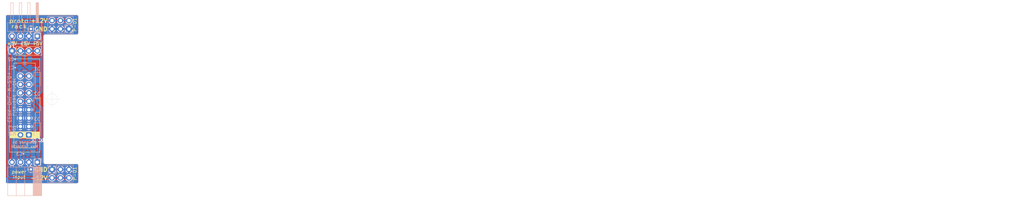
<source format=kicad_pcb>
(kicad_pcb (version 20221018) (generator pcbnew)
  (layers (0 "F.Cu" signal) (31 "B.Cu" signal) (34 "B.Paste" user) (35 "F.Paste" user) (36 "B.SilkS" user "B.Silkscreen") (37 "F.SilkS" user "F.Silkscreen") (38 "B.Mask" user) (39 "F.Mask" user) (44 "Edge.Cuts" user))
  (net 0 "")
  (net 1 "GND")
  (net 2 "+12V")
  (net 3 "-12V")
  (net 4 "+5V")
  (net 5 "/+5V_IN")
  (net 6 "/+12V_IN")
  (net 7 "/-12V_IN")
  (net 8 "unconnected-(J5-PadCV)")
  (net 9 "unconnected-(J5-PadGATE)")
  (footprint "Protorack:Eurorack_Power_Header_2x08_THT" (layer "F.Cu") (at 141.745 101.905)
    (fp_text reference "J5" hide)
    (fp_text value "POWER_IN")
    (pad "+5VD" thru_hole circle (at -1.27 -3.810001 180) (size 1.7 1.7) (drill 1) (layers "*.Cu" "*.Mask") (net 5 "/+5V_IN"))
    (pad "+5VD" thru_hole circle (at 1.27 -3.81 180) (size 1.7 1.7) (drill 1) (layers "*.Cu" "*.Mask") (net 5 "/+5V_IN"))
    (pad "+12V" thru_hole circle (at -1.27 -1.27 180) (size 1.7 1.7) (drill 1) (layers "*.Cu" "*.Mask") (net 6 "/+12V_IN"))
    (pad "+12V" thru_hole circle (at 1.27 -1.27 180) (size 1.7 1.7) (drill 1) (layers "*.Cu" "*.Mask") (net 6 "/+12V_IN"))
    (pad "-12V" thru_hole circle (at -1.27 8.89 180) (size 1.7 1.7) (drill 1) (layers "*.Cu" "*.Mask") (net 7 "/-12V_IN"))
    (pad "-12V" thru_hole roundrect (at 1.27 8.89 180) (size 1.7 1.7) (drill 1) (layers "*.Cu" "*.Mask") (roundrect_rratio 0.1470588235) (net 7 "/-12V_IN"))
    (pad "CV" thru_hole circle (at -1.27 -6.35 180) (size 1.7 1.7) (drill 1) (layers "*.Cu" "*.Mask") (net 8 "unconnected-(J5-PadCV)"))
    (pad "CV" thru_hole circle (at 1.27 -6.35 180) (size 1.7 1.7) (drill 1) (layers "*.Cu" "*.Mask") (net 8 "unconnected-(J5-PadCV)"))
    (pad "GATE" thru_hole circle (at -1.27 -8.890001 180) (size 1.7 1.7) (drill 1) (layers "*.Cu" "*.Mask") (net 9 "unconnected-(J5-PadGATE)"))
    (pad "GATE" thru_hole circle (at 1.27 -8.89 180) (size 1.7 1.7) (drill 1) (layers "*.Cu" "*.Mask") (net 9 "unconnected-(J5-PadGATE)"))
    (pad "GND" thru_hole circle (at -1.27 1.269999 180) (size 1.7 1.7) (drill 1) (layers "*.Cu" "*.Mask") (net 1 "GND"))
    (pad "GND" thru_hole circle (at -1.27 3.81 180) (size 1.7 1.7) (drill 1) (layers "*.Cu" "*.Mask") (net 1 "GND"))
    (pad "GND" thru_hole circle (at -1.27 6.349999 180) (size 1.7 1.7) (drill 1) (layers "*.Cu" "*.Mask") (net 1 "GND"))
    (pad "GND" thru_hole circle (at 1.27 1.27 180) (size 1.7 1.7) (drill 1) (layers "*.Cu" "*.Mask") (net 1 "GND"))
    (pad "GND" thru_hole circle (at 1.27 3.81 180) (size 1.7 1.7) (drill 1) (layers "*.Cu" "*.Mask") (net 1 "GND"))
    (pad "GND" thru_hole circle (at 1.27 6.35 180) (size 1.7 1.7) (drill 1) (layers "*.Cu" "*.Mask") (net 1 "GND"))
  )
  (footprint "Connector_PinSocket_2.54mm:PinSocket_1x04_P2.54mm_Vertical" (layer "F.Cu") (at 137.935 85.395 90)
    (fp_text reference "J4" hide)
    (fp_text value "+5V_OUT")
    (pad "1" thru_hole rect (at 0 0 90) (size 1.7 1.7) (drill 1) (layers "*.Cu" "*.Mask") (net 4 "+5V"))
    (pad "2" thru_hole oval (at 0 2.54 90) (size 1.7 1.7) (drill 1) (layers "*.Cu" "*.Mask") (net 4 "+5V"))
    (pad "3" thru_hole oval (at 0 5.08 90) (size 1.7 1.7) (drill 1) (layers "*.Cu" "*.Mask") (net 4 "+5V"))
    (pad "4" thru_hole oval (at 0 7.62 90) (size 1.7 1.7) (drill 1) (layers "*.Cu" "*.Mask") (net 4 "+5V"))
  )
  (footprint "BreadboardHelpers:Protorack_Logo_Small_7x4mm" (layer "F.Cu") (at 140 77.25)
    (fp_text reference "G***" hide)
    (fp_text value "LOGO" hide)
  )
  (footprint "Protorack:Breadboard_MB-102" (layer "F.Cu") (at 218.58 100)
    (fp_text reference "REF**" hide)
    (fp_text value "Breadboard_MB-102")
  )
  (footprint "Capacitor_SMD:C_1206_3216Metric_Pad1.33x1.80mm_HandSolder" (layer "B.Cu") (at 141.745 90.475 180)
    (fp_text reference "C1" (at 4.1275 0) (layer "B.SilkS") (effects (justify mirror)))
    (fp_text value "10uF")
    (pad "1" smd roundrect (at -1.5625 0 180) (size 1.325 1.8) (layers "B.Cu" "B.Paste" "B.Mask") (roundrect_rratio 0.1886792453) (net 4 "+5V"))
    (pad "2" smd roundrect (at 1.5625 0 180) (size 1.325 1.8) (layers "B.Cu" "B.Paste" "B.Mask") (roundrect_rratio 0.1886792453) (net 1 "GND"))
  )
  (footprint "Capacitor_SMD:C_1206_3216Metric_Pad1.33x1.80mm_HandSolder" (layer "B.Cu") (at 141.745 87.935 180)
    (fp_text reference "C2" (at 4.1275 0) (layer "B.SilkS") (effects (justify mirror)))
    (fp_text value "10uF")
    (pad "1" smd roundrect (at -1.5625 0 180) (size 1.325 1.8) (layers "B.Cu" "B.Paste" "B.Mask") (roundrect_rratio 0.1886792453) (net 2 "+12V"))
    (pad "2" smd roundrect (at 1.5625 0 180) (size 1.325 1.8) (layers "B.Cu" "B.Paste" "B.Mask") (roundrect_rratio 0.1886792453) (net 1 "GND"))
  )
  (footprint "Capacitor_SMD:C_1206_3216Metric_Pad1.33x1.80mm_HandSolder" (layer "B.Cu") (at 144.285 116.51 180)
    (fp_text reference "C3" (at 4.1275 0) (layer "B.SilkS") (effects (justify mirror)))
    (fp_text value "10uF")
    (pad "1" smd roundrect (at -1.5625 0 180) (size 1.325 1.8) (layers "B.Cu" "B.Paste" "B.Mask") (roundrect_rratio 0.1886792453) (net 3 "-12V"))
    (pad "2" smd roundrect (at 1.5625 0 180) (size 1.325 1.8) (layers "B.Cu" "B.Paste" "B.Mask") (roundrect_rratio 0.1886792453) (net 1 "GND"))
  )
  (footprint "Diode_SMD:D_SOD-123" (layer "B.Cu") (at 145.555 94.285 -90)
    (fp_text reference "D1" (at -3.4925 0) (layer "B.SilkS") (effects (justify mirror)))
    (fp_text value "1N5819HW")
    (pad "1" smd roundrect (at -1.65 0 270) (size 0.9 1.2) (layers "B.Cu" "B.Paste" "B.Mask") (net 4 "+5V"))
    (pad "2" smd roundrect (at 1.65 0 270) (size 0.9 1.2) (layers "B.Cu" "B.Paste" "B.Mask") (net 5 "/+5V_IN"))
  )
  (footprint "Diode_SMD:D_SOD-123" (layer "B.Cu") (at 145.555 101.905 -90)
    (fp_text reference "D2" (at -3.4925 0 180) (layer "B.SilkS") (effects (justify mirror)))
    (fp_text value "1N5819HW")
    (pad "1" smd roundrect (at -1.65 0 270) (size 0.9 1.2) (layers "B.Cu" "B.Paste" "B.Mask") (net 2 "+12V"))
    (pad "2" smd roundrect (at 1.65 0 270) (size 0.9 1.2) (layers "B.Cu" "B.Paste" "B.Mask") (net 6 "/+12V_IN"))
  )
  (footprint "Diode_SMD:D_SOD-123" (layer "B.Cu") (at 145.555 109.525 -90)
    (fp_text reference "D3" (at -3.4925 0 180) (layer "B.SilkS") (effects (justify mirror)))
    (fp_text value "1N5819HW")
    (pad "1" smd roundrect (at -1.65 0 270) (size 0.9 1.2) (layers "B.Cu" "B.Paste" "B.Mask") (net 7 "/-12V_IN"))
    (pad "2" smd roundrect (at 1.65 0 270) (size 0.9 1.2) (layers "B.Cu" "B.Paste" "B.Mask") (net 3 "-12V"))
  )
  (footprint "Connector_PinHeader_2.54mm:PinHeader_1x04_P2.54mm_Horizontal" (layer "B.Cu") (at 145.555 80.95 90)
    (fp_text reference "J3" hide)
    (fp_text value "CHAIN_TOP")
    (pad "1" thru_hole rect (at 0 0 90) (size 1.7 1.7) (drill 1) (layers "*.Cu" "*.Mask") (net 3 "-12V"))
    (pad "2" thru_hole oval (at 0 -2.54 90) (size 1.7 1.7) (drill 1) (layers "*.Cu" "*.Mask") (net 1 "GND"))
    (pad "3" thru_hole oval (at 0 -5.08 90) (size 1.7 1.7) (drill 1) (layers "*.Cu" "*.Mask") (net 2 "+12V"))
    (pad "4" thru_hole oval (at 0 -7.62 90) (size 1.7 1.7) (drill 1) (layers "*.Cu" "*.Mask") (net 4 "+5V"))
  )
  (footprint "Connector_PinSocket_2.54mm:PinSocket_1x04_P2.54mm_Horizontal" (layer "B.Cu") (at 145.555 119.05 90)
    (fp_text reference "J6" hide)
    (fp_text value "CHAIN_BOTTOM")
    (pad "1" thru_hole rect (at 0 0 90) (size 1.7 1.7) (drill 1) (layers "*.Cu" "*.Mask") (net 3 "-12V"))
    (pad "2" thru_hole oval (at 0 -2.54 90) (size 1.7 1.7) (drill 1) (layers "*.Cu" "*.Mask") (net 1 "GND"))
    (pad "3" thru_hole oval (at 0 -5.08 90) (size 1.7 1.7) (drill 1) (layers "*.Cu" "*.Mask") (net 2 "+12V"))
    (pad "4" thru_hole oval (at 0 -7.62 90) (size 1.7 1.7) (drill 1) (layers "*.Cu" "*.Mask") (net 4 "+5V"))
  )
  (footprint "Connector_PinHeader_2.54mm:PinHeader_2x03_P2.54mm_Vertical" (layer "B.Cu") (at 155.08 78.77 90)
    (fp_text reference "J1" hide)
    (fp_text value "POWER_A")
    (pad "1" thru_hole rect (at 0 0 90) (size 1.7 1.7) (drill 1) (layers "*.Cu" "*.Mask") (net 1 "GND"))
    (pad "2" thru_hole oval (at 2.54 0 90) (size 1.7 1.7) (drill 1) (layers "*.Cu" "*.Mask") (net 2 "+12V"))
    (pad "3" thru_hole oval (at 0 -2.54 90) (size 1.7 1.7) (drill 1) (layers "*.Cu" "*.Mask") (net 1 "GND"))
    (pad "4" thru_hole oval (at 2.54 -2.54 90) (size 1.7 1.7) (drill 1) (layers "*.Cu" "*.Mask") (net 2 "+12V"))
    (pad "5" thru_hole oval (at 0 -5.08 90) (size 1.7 1.7) (drill 1) (layers "*.Cu" "*.Mask") (net 1 "GND"))
    (pad "6" thru_hole oval (at 2.54 -5.08 90) (size 1.7 1.7) (drill 1) (layers "*.Cu" "*.Mask") (net 2 "+12V"))
  )
  (footprint "Connector_PinHeader_2.54mm:PinHeader_2x03_P2.54mm_Vertical" (layer "B.Cu") (at 150 121.23 -90)
    (fp_text reference "J2" hide)
    (fp_text value "POWER_B")
    (pad "1" thru_hole rect (at 0 0 270) (size 1.7 1.7) (drill 1) (layers "*.Cu" "*.Mask") (net 1 "GND"))
    (pad "2" thru_hole oval (at 2.54 0 270) (size 1.7 1.7) (drill 1) (layers "*.Cu" "*.Mask") (net 3 "-12V"))
    (pad "3" thru_hole oval (at 0 -2.54 270) (size 1.7 1.7) (drill 1) (layers "*.Cu" "*.Mask") (net 1 "GND"))
    (pad "4" thru_hole oval (at 2.54 -2.54 270) (size 1.7 1.7) (drill 1) (layers "*.Cu" "*.Mask") (net 3 "-12V"))
    (pad "5" thru_hole oval (at 0 -5.08 270) (size 1.7 1.7) (drill 1) (layers "*.Cu" "*.Mask") (net 1 "GND"))
    (pad "6" thru_hole oval (at 2.54 -5.08 270) (size 1.7 1.7) (drill 1) (layers "*.Cu" "*.Mask") (net 3 "-12V"))
  )
  (footprint "TestPoint:TestPoint_THTPad_D1.5mm_Drill0.7mm" (layer "B.Cu") (at 143.65 121.23)
    (fp_text reference "TP1" hide)
    (fp_text value "GND")
    (pad "1" thru_hole circle (at 0 0) (size 1.5 1.5) (drill 0.7) (layers "*.Cu" "*.Mask") (net 1 "GND"))
  )
  (footprint "TestPoint:TestPoint_THTPad_D1.5mm_Drill0.7mm" (layer "B.Cu") (at 143.65 78.77)
    (fp_text reference "TP2" hide)
    (fp_text value "GND")
    (pad "1" thru_hole circle (at 0 0) (size 1.5 1.5) (drill 0.7) (layers "*.Cu" "*.Mask") (net 1 "GND"))
  )
  (gr_arc (start 157.5 74.5) (mid 157.853553 74.646447) (end 158 75) (stroke (width 0.05)) (layer "Edge.Cuts"))
  (gr_line (start 136.5 74.5) (end 157.5 74.5) (stroke (width 0.05)) (layer "Edge.Cuts"))
  (gr_arc (start 136 75) (mid 136.146447 74.646447) (end 136.5 74.5) (stroke (width 0.05)) (layer "Edge.Cuts"))
  (gr_line (start 136 125) (end 136 75) (stroke (width 0.05)) (layer "Edge.Cuts"))
  (gr_arc (start 157.5 119.5) (mid 157.853553 119.646447) (end 158 120) (stroke (width 0.05)) (layer "Edge.Cuts"))
  (gr_arc (start 148 119.5) (mid 147.646447 119.353553) (end 147.5 119) (stroke (width 0.05)) (layer "Edge.Cuts"))
  (gr_arc (start 147.5 81) (mid 147.646447 80.646447) (end 148 80.5) (stroke (width 0.05)) (layer "Edge.Cuts"))
  (gr_arc (start 158 80) (mid 157.853553 80.353553) (end 157.5 80.5) (stroke (width 0.05)) (layer "Edge.Cuts"))
  (gr_line (start 158 75) (end 158 80) (stroke (width 0.05)) (layer "Edge.Cuts"))
  (gr_line (start 157.5 80.5) (end 148 80.5) (stroke (width 0.05)) (layer "Edge.Cuts"))
  (gr_line (start 147.5 81) (end 147.5 119) (stroke (width 0.05)) (layer "Edge.Cuts"))
  (gr_line (start 148 119.5) (end 157.5 119.5) (stroke (width 0.05)) (layer "Edge.Cuts"))
  (gr_line (start 158 120) (end 158 125) (stroke (width 0.05)) (layer "Edge.Cuts"))
  (gr_arc (start 136.5 125.5) (mid 136.146447 125.353553) (end 136 125) (stroke (width 0.05)) (layer "Edge.Cuts"))
  (gr_arc (start 158 125) (mid 157.853553 125.353553) (end 157.5 125.5) (stroke (width 0.05)) (layer "Edge.Cuts"))
  (gr_line (start 157.5 125.5) (end 136.5 125.5) (stroke (width 0.05)) (layer "Edge.Cuts"))
  (gr_text "P-01-L" (at 141.745 83.1725) (layer "B.SilkS") (effects (font (size 1.25 1.25) (thickness 0.2)) (justify mirror)))
  (gr_text "2023\nRev.3" (at 137.935 109.525 -90) (layer "B.SilkS") (effects (font (size 0.8 0.8)) (justify mirror)))
  (gr_text "designed by\nMax Schlecht" (at 141.745 113.6525) (layer "B.SilkS") (effects (font (size 0.8 0.8)) (justify mirror)))
  (gr_text "Licensed under\nCERN-OHL-W-2.0+" (at 137.935 99.365 -90) (layer "B.SilkS") (effects (font (size 1 1)) (justify mirror)))
  (gr_text "GND" (at 148.75 78.82) (layer "F.SilkS") (effects (font (size 1.25 1.25) (thickness 0.25)) (justify right)))
  (gr_text "P-01\n" (at 156.875 77.5 90) (layer "F.SilkS") (effects (font (size 1 1))))
  (gr_text "+12V" (at 148.75 76.28) (layer "F.SilkS") (effects (font (size 1.25 1.25) (thickness 0.25)) (justify right)))
  (gr_text "GND" (at 148.75 121.28) (layer "F.SilkS") (effects (font (size 1.25 1.25) (thickness 0.25)) (justify right)))
  (gr_text "-12V" (at 148.75 123.82) (layer "F.SilkS") (effects (font (size 1.25 1.25) (thickness 0.25)) (justify right)))
  (gr_text "power\ninput" (at 140 122.75) (layer "F.SilkS") (effects (font (size 1 1) (thickness 0.15) italic)))
  (gr_text "P-01" (at 156.875 122.5 90) (layer "F.SilkS") (effects (font (size 1 1))))
  (gr_text "+5V +5V +5V" (at 141.745 83.1725) (layer "F.SilkS") (effects (font (size 1 1) (thickness 0.2))))
  (target plus (at 150 100) (size 5) (width 0.05) (layer "Edge.Cuts"))
  (via (at 138.8875 87.935) (size 0.8) (drill 0.4) (layers "F.Cu" "B.Cu") (net 1))
  (via (at 138.8875 90.475) (size 0.8) (drill 0.4) (layers "F.Cu" "B.Cu") (net 1))
  (via (at 141.4275 116.51) (size 0.8) (drill 0.4) (layers "F.Cu" "B.Cu") (net 1))
  (segment (start 144.285 112.3825) (end 146.825 112.3825) (width 0.6) (layer "F.Cu") (net 2))
  (via (at 144.285 112.3825) (size 0.8) (drill 0.4) (layers "F.Cu" "B.Cu") (net 2))
  (via (at 146.825 112.3825) (size 0.8) (drill 0.4) (layers "F.Cu" "B.Cu") (net 2))
  (segment (start 141.0675 76.23) (end 140.475 76.8225) (width 0.6) (layer "B.Cu") (net 2))
  (segment (start 144.285 112.3825) (end 141.11 112.3825) (width 0.6) (layer "B.Cu") (net 2))
  (segment (start 146.825 97.7775) (end 146.825 87.935) (width 0.6) (layer "B.Cu") (net 2))
  (segment (start 141.11 112.3825) (end 140.475 113.0175) (width 0.6) (layer "B.Cu") (net 2))
  (segment (start 146.825 87.935) (end 146.825 86.03) (width 0.6) (layer "B.Cu") (net 2))
  (segment (start 146.825 76.23) (end 146.825 79.68) (width 0.6) (layer "B.Cu") (net 2))
  (segment (start 140.475 113.0175) (end 140.475 119.05) (width 0.6) (layer "B.Cu") (net 2))
  (segment (start 146.825 82.22) (end 146.825 79.68) (width 0.4) (layer "B.Cu") (net 2))
  (segment (start 145.555 101.27) (end 145.555 100.255) (width 0.6) (layer "B.Cu") (net 2))
  (segment (start 145.555 99.0475) (end 145.555 100.255) (width 0.6) (layer "B.Cu") (net 2))
  (segment (start 146.825 76.23) (end 141.0675 76.23) (width 0.6) (layer "B.Cu") (net 2))
  (segment (start 140.475 76.8225) (end 140.475 80.95) (width 0.6) (layer "B.Cu") (net 2))
  (segment (start 146.825 82.855) (end 146.825 82.22) (width 0.6) (layer "B.Cu") (net 2))
  (segment (start 155.08 76.23) (end 147.4175 76.23) (width 0.6) (layer "B.Cu") (net 2))
  (segment (start 146.825 102.54) (end 145.555 101.27) (width 0.6) (layer "B.Cu") (net 2))
  (segment (start 147.4175 76.23) (end 146.825 76.23) (width 0.6) (layer "B.Cu") (net 2))
  (segment (start 146.825 97.7775) (end 145.555 99.0475) (width 0.6) (layer "B.Cu") (net 2))
  (segment (start 146.825 112.3825) (end 146.825 102.54) (width 0.6) (layer "B.Cu") (net 2))
  (segment (start 146.825 84.76) (end 146.825 82.855) (width 0.6) (layer "B.Cu") (net 2))
  (segment (start 146.825 87.935) (end 143.3075 87.935) (width 0.6) (layer "B.Cu") (net 2))
  (segment (start 146.825 86.03) (end 146.825 84.76) (width 0.4) (layer "B.Cu") (net 2))
  (segment (start 137.2575 123.77) (end 136.665 123.1775) (width 0.6) (layer "B.Cu") (net 3))
  (segment (start 145.8475 116.51) (end 145.8475 115.215) (width 0.6) (layer "B.Cu") (net 3))
  (segment (start 145.8475 117.6145) (end 145.8475 116.51) (width 0.6) (layer "B.Cu") (net 3))
  (segment (start 145.555 123.77) (end 137.2575 123.77) (width 0.6) (layer "B.Cu") (net 3))
  (segment (start 136.665 123.1775) (end 136.665 119.685) (width 0.6) (layer "B.Cu") (net 3))
  (segment (start 145.555 80.95) (end 145.555 82.5375) (width 0.6) (layer "B.Cu") (net 3))
  (segment (start 144.92 83.1725) (end 137.3 83.1725) (width 0.6) (layer "B.Cu") (net 3))
  (segment (start 136.665 118.415) (end 136.665 119.685) (width 0.4) (layer "B.Cu") (net 3))
  (segment (start 136.665 83.8075) (end 136.665 84.125) (width 0.6) (layer "B.Cu") (net 3))
  (segment (start 136.665 87.6175) (end 136.665 118.415) (width 0.6) (layer "B.Cu") (net 3))
  (segment (start 136.665 86.665) (end 136.665 87.6175) (width 0.6) (layer "B.Cu") (net 3))
  (segment (start 145.555 119.05) (end 145.555 123.77) (width 0.6) (layer "B.Cu") (net 3))
  (segment (start 155.08 123.77) (end 145.555 123.77) (width 0.6) (layer "B.Cu") (net 3))
  (segment (start 145.555 114.9225) (end 145.555 111.175) (width 0.6) (layer "B.Cu") (net 3))
  (segment (start 145.8475 115.215) (end 145.555 114.9225) (width 0.6) (layer "B.Cu") (net 3))
  (segment (start 145.555 82.5375) (end 144.92 83.1725) (width 0.6) (layer "B.Cu") (net 3))
  (segment (start 145.555 119.05) (end 145.555 117.907) (width 0.6) (layer "B.Cu") (net 3))
  (segment (start 136.665 84.125) (end 136.665 86.665) (width 0.4) (layer "B.Cu") (net 3))
  (segment (start 145.555 117.907) (end 145.8475 117.6145) (width 0.6) (layer "B.Cu") (net 3))
  (segment (start 137.3 83.1725) (end 136.665 83.8075) (width 0.6) (layer "B.Cu") (net 3))
  (segment (start 137.935 85.395) (end 137.935 80.95) (width 0.6) (layer "F.Cu") (net 4))
  (segment (start 145.555 91.11) (end 145.555 92.635) (width 0.6) (layer "B.Cu") (net 4))
  (segment (start 137.935 85.395) (end 137.935 113.0175) (width 0.6) (layer "B.Cu") (net 4))
  (segment (start 143.3075 90.475) (end 144.92 90.475) (width 0.6) (layer "B.Cu") (net 4))
  (segment (start 142.38 90.475) (end 143.3075 90.475) (width 0.6) (layer "B.Cu") (net 4))
  (segment (start 141.745 89.84) (end 142.38 90.475) (width 0.6) (layer "B.Cu") (net 4))
  (segment (start 137.935 119.05) (end 137.935 113.0175) (width 0.6) (layer "B.Cu") (net 4))
  (segment (start 144.92 90.475) (end 145.555 91.11) (width 0.6) (layer "B.Cu") (net 4))
  (segment (start 141.745 85.395) (end 145.555 85.395) (width 0.6) (layer "B.Cu") (net 4))
  (segment (start 137.935 85.395) (end 141.745 85.395) (width 0.6) (layer "B.Cu") (net 4))
  (segment (start 141.745 85.395) (end 141.745 89.84) (width 0.6) (layer "B.Cu") (net 4))
  (segment (start 143.015 98.095) (end 144.92 98.095) (width 0.6) (layer "B.Cu") (net 5))
  (segment (start 144.92 98.095) (end 145.555 97.46) (width 0.6) (layer "B.Cu") (net 5))
  (segment (start 140.475 98.094999) (end 143.015 98.095) (width 0.6) (layer "B.Cu") (net 5))
  (segment (start 145.555 97.46) (end 145.555 95.935) (width 0.6) (layer "B.Cu") (net 5))
  (segment (start 145.555 102.8575) (end 143.3325 100.635) (width 0.6) (layer "B.Cu") (net 6))
  (segment (start 145.555 103.555) (end 145.555 102.8575) (width 0.6) (layer "B.Cu") (net 6))
  (segment (start 143.3325 100.635) (end 140.475 100.635) (width 0.6) (layer "B.Cu") (net 6))
  (segment (start 143.015 110.795) (end 143.65 110.795) (width 0.6) (layer "B.Cu") (net 7))
  (segment (start 140.475 110.795) (end 143.015 110.795) (width 0.6) (layer "B.Cu") (net 7))
  (segment (start 145.555 108.89) (end 145.555 107.875) (width 0.6) (layer "B.Cu") (net 7))
  (segment (start 143.65 110.795) (end 145.555 108.89) (width 0.6) (layer "B.Cu") (net 7))
  (segment (start 143.015 95.555) (end 140.475 95.555) (width 0.6) (layer "B.Cu") (net 8))
  (segment (start 140.475 93.014999) (end 143.015 93.015) (width 0.6) (layer "B.Cu") (net 9))
  (zone (net 1) (net_name "GND") (layers "F&B.Cu") (connect_pads (clearance 0.254)) (min_thickness 0.254) (fill yes (thermal_gap 0.254) (thermal_bridge_width 0.508))
    (polygon (pts (xy 158 125.5) (xy 136 125.5) (xy 136 74.5) (xy 158 74.5)))
  )
)
</source>
